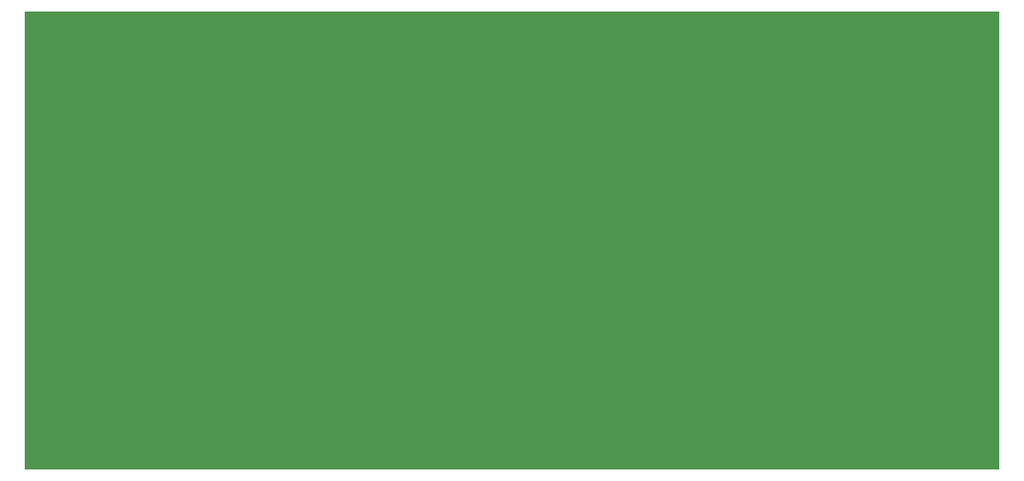
<source format=gbr>
G04 DipTrace 4.3.0.5*
G04 Board.gbr*
%MOMM*%
G04 #@! TF.FileFunction,Drawing,Board polygon*
G04 #@! TF.Part,Single*
%FSLAX35Y35*%
G04*
G71*
G90*
G75*
G01*
G04 BoardPoly*
%LPD*%
G36*
X5006877Y254000D2*
Y-4453753D1*
X-4993123D1*
X-5000000Y254000D1*
X5006877D1*
G37*
M02*

</source>
